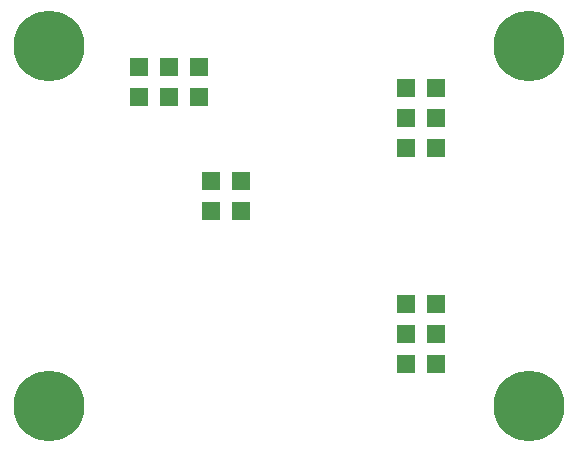
<source format=gbr>
%TF.GenerationSoftware,KiCad,Pcbnew,6.0.10+dfsg-1~bpo11+1*%
%TF.CreationDate,2023-02-14T07:58:38+00:00*%
%TF.ProjectId,PCRD06A,50435244-3036-4412-9e6b-696361645f70,REV*%
%TF.SameCoordinates,Original*%
%TF.FileFunction,Soldermask,Top*%
%TF.FilePolarity,Negative*%
%FSLAX46Y46*%
G04 Gerber Fmt 4.6, Leading zero omitted, Abs format (unit mm)*
G04 Created by KiCad (PCBNEW 6.0.10+dfsg-1~bpo11+1) date 2023-02-14 07:58:38*
%MOMM*%
%LPD*%
G01*
G04 APERTURE LIST*
%ADD10C,6.000000*%
%ADD11R,1.524000X1.524000*%
G04 APERTURE END LIST*
D10*
%TO.C,M1*%
X5080000Y35560000D03*
%TD*%
%TO.C,M2*%
X45720000Y5080000D03*
%TD*%
%TO.C,M3*%
X45720000Y35560000D03*
%TD*%
%TO.C,M4*%
X5080000Y5080000D03*
%TD*%
D11*
%TO.C,J8*%
X12700000Y31242000D03*
X12700000Y33782000D03*
X15240000Y31242000D03*
X15240000Y33782000D03*
X17780000Y31242000D03*
X17780000Y33782000D03*
%TD*%
%TO.C,J1*%
X37846000Y8636000D03*
X35306000Y8636000D03*
X37846000Y11176000D03*
X35306000Y11176000D03*
X37846000Y13716000D03*
X35306000Y13716000D03*
%TD*%
%TO.C,J2*%
X35306000Y32004000D03*
X37846000Y32004000D03*
%TD*%
%TO.C,J3*%
X18796000Y21590000D03*
X18796000Y24130000D03*
%TD*%
%TO.C,J5*%
X35306000Y26924000D03*
X37846000Y26924000D03*
%TD*%
%TO.C,J6*%
X35306000Y29464000D03*
X37846000Y29464000D03*
%TD*%
%TO.C,J7*%
X21336000Y21590000D03*
X21336000Y24130000D03*
%TD*%
M02*

</source>
